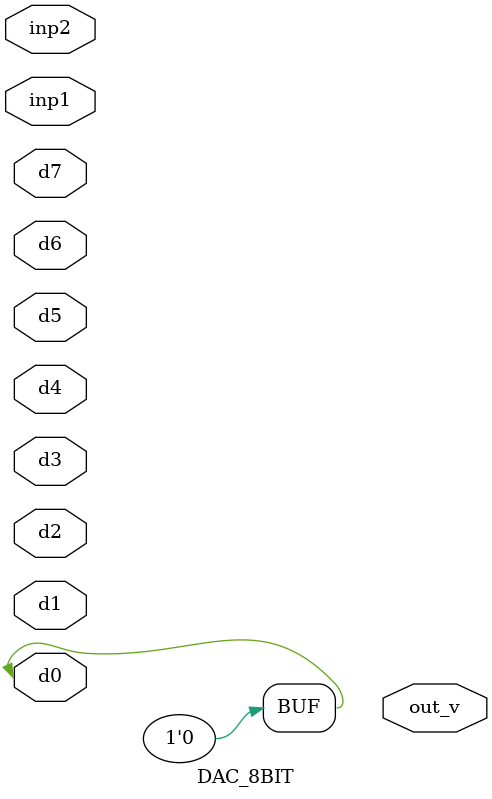
<source format=v>
module DAC_8BIT (
`ifdef USE_POWER_PINS
    input wire vdd,	// User area 1 1.8V supply
    input wire gnd,	// User area 1 digital ground
`endif
    input wire d0,
    input wire d1,
    input wire d2,
    input wire d3,
    input wire d4,
    input wire d5,
    input wire d6,
    input wire d7,
    
    input wire inp1,
    input wire inp2, 

    output wire out_v
);

assign d0 = 0;

endmodule
</source>
